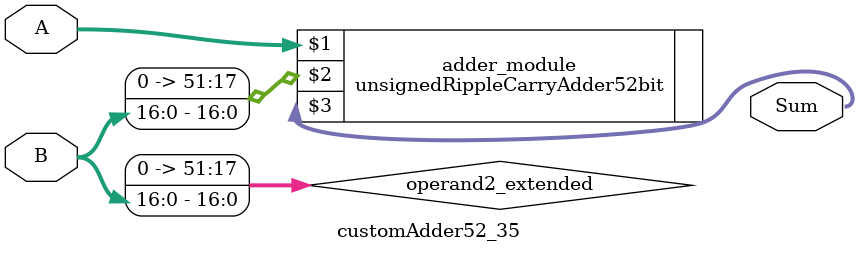
<source format=v>
module customAdder52_35(
                        input [51 : 0] A,
                        input [16 : 0] B,
                        
                        output [52 : 0] Sum
                );

        wire [51 : 0] operand2_extended;
        
        assign operand2_extended =  {35'b0, B};
        
        unsignedRippleCarryAdder52bit adder_module(
            A,
            operand2_extended,
            Sum
        );
        
        endmodule
        
</source>
